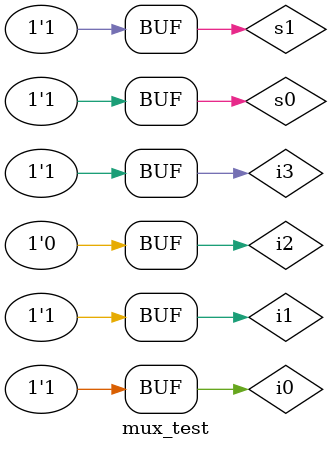
<source format=v>
`timescale 1ns / 1ps


module mux_test;

	// Inputs
	reg i0;
	reg i1;
	reg i2;
	reg i3;
	reg s0;
	reg s1;

	// Outputs
	wire op;

	// Instantiate the Unit Under Test (UUT)
	mux m1(i0,i1,i2,i3,s0,s1,op);

	initial begin
		// Initialize Inputs
		i0 = 1;
		i1 = 1;
		i2 = 0;
		i3 = 1;
		s0 = 0;
		s1 = 0;

		// Wait 100 ns for global reset to finish
		#10;
		
		#20
			s0=1;
			s1=0;
			
		#30
			s0=0;
			s1=1;
			
		#40
			s0=1;
			s1=1;
		// Add stimulus here

	end
      
endmodule


</source>
